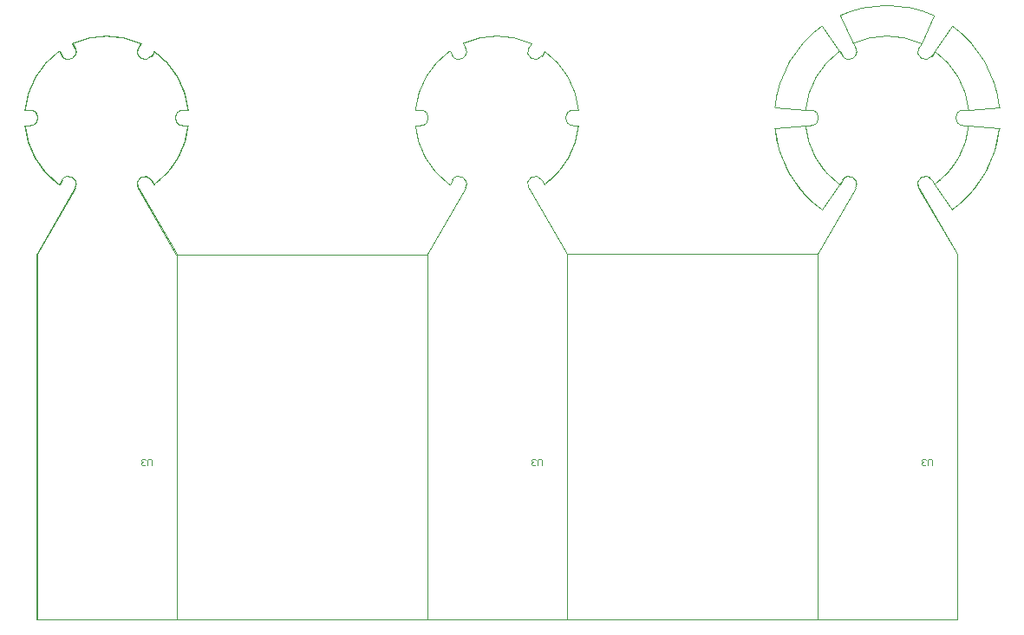
<source format=gm1>
G04*
G04 #@! TF.GenerationSoftware,Altium Limited,Altium Designer,21.0.9 (235)*
G04*
G04 Layer_Color=16711935*
%FSAX44Y44*%
%MOMM*%
G71*
G04*
G04 #@! TF.SameCoordinates,C9C275F4-687D-4123-80A0-9C6E5F070257*
G04*
G04*
G04 #@! TF.FilePolarity,Positive*
G04*
G01*
G75*
%ADD10C,0.1000*%
D10*
X01809827Y01667157D02*
G03*
X01718173Y01667157I-00045827J-00100000D01*
G01*
X01733245Y01498889D02*
G03*
X01720255Y01506389I-00006495J00003750D01*
G01*
X01654484Y01556845D02*
G03*
X01700311Y01477471I00109516J00010312D01*
G01*
X01827689D02*
G03*
X01873515Y01556845I-00063689J00089687D01*
G01*
X01838500Y01574658D02*
G03*
X01838500Y01559657I00000000J-00007500D01*
G01*
X01834239Y01482502D02*
G03*
X01873515Y01556845I-00070239J00084655D01*
G01*
X01700311Y01656844D02*
G03*
X01654484Y01577470I00063689J-00089687D01*
G01*
X01689500Y01559657D02*
G03*
X01689500Y01574658I00000000J00007500D01*
G01*
X01654484Y01556845D02*
G03*
X01693761Y01482502I00109516J00010312D01*
G01*
X01720255Y01627926D02*
G03*
X01733245Y01635426I00006495J00003750D01*
G01*
X01873515Y01577470D02*
G03*
X01827689Y01656844I-00109516J-00010312D01*
G01*
X01794755Y01635426D02*
G03*
X01807745Y01627926I00006495J-00003750D01*
G01*
Y01506389D02*
G03*
X01794755Y01498889I-00006495J-00003750D01*
G01*
X01426821Y01506354D02*
G03*
X01413831Y01498854I-00006495J-00003750D01*
G01*
Y01635392D02*
G03*
X01426821Y01627892I00006495J-00003750D01*
G01*
X01462724Y01574623D02*
G03*
X01429395Y01632350I-00079648J-00007500D01*
G01*
X01416405Y01639850D02*
G03*
X01349747Y01639850I-00033329J-00072727D01*
G01*
X01339331Y01627892D02*
G03*
X01352321Y01635392I00006495J00003750D01*
G01*
X01303428Y01559623D02*
G03*
X01331993Y01505556I00079648J00007500D01*
G01*
X01308576Y01559623D02*
G03*
X01308576Y01574623I00000000J00007500D01*
G01*
X01336757Y01632350D02*
G03*
X01303428Y01574623I00046319J-00065227D01*
G01*
X01434159Y01505556D02*
G03*
X01462724Y01559623I-00051083J00061567D01*
G01*
X01457576Y01574623D02*
G03*
X01457576Y01559623I00000000J-00007500D01*
G01*
X01429395Y01501896D02*
G03*
X01462724Y01559623I-00046319J00065227D01*
G01*
X01303428D02*
G03*
X01336757Y01501896I00079648J00007500D01*
G01*
X01352321Y01498854D02*
G03*
X01339331Y01506354I-00006495J00003750D01*
G01*
X01807745Y01506388D02*
G03*
X01794754Y01498888I-00006495J-00003750D01*
G01*
Y01635426D02*
G03*
X01807745Y01627926I00006495J-00003750D01*
G01*
X01843647Y01574657D02*
G03*
X01810319Y01632384I-00079648J-00007500D01*
G01*
X01797328Y01639884D02*
G03*
X01730671Y01639884I-00033329J-00072727D01*
G01*
X01720254Y01627926D02*
G03*
X01733245Y01635426I00006495J00003750D01*
G01*
X01684352Y01559657D02*
G03*
X01712917Y01505590I00079648J00007500D01*
G01*
X01689500Y01559657D02*
G03*
X01689500Y01574657I00000000J00007500D01*
G01*
X01717681Y01632384D02*
G03*
X01684352Y01574657I00046319J-00065227D01*
G01*
X01815083Y01505590D02*
G03*
X01843647Y01559657I-00051083J00061567D01*
G01*
X01838500Y01574657D02*
G03*
X01838500Y01559657I00000000J-00007500D01*
G01*
X01810319Y01501930D02*
G03*
X01843647Y01559657I-00046319J00065227D01*
G01*
X01684352D02*
G03*
X01717681Y01501930I00079648J00007500D01*
G01*
X01733245Y01498888D02*
G03*
X01720254Y01506388I-00006495J00003750D01*
G01*
X01426821Y01506354D02*
G03*
X01413831Y01498854I-00006495J-00003750D01*
G01*
Y01635392D02*
G03*
X01426821Y01627892I00006495J-00003750D01*
G01*
X01462724Y01574623D02*
G03*
X01429395Y01632350I-00079648J-00007500D01*
G01*
X01416405Y01639850D02*
G03*
X01349747Y01639850I-00033329J-00072727D01*
G01*
X01339331Y01627892D02*
G03*
X01352321Y01635392I00006495J00003750D01*
G01*
X01303428Y01559623D02*
G03*
X01331993Y01505556I00079648J00007500D01*
G01*
X01308576Y01559623D02*
G03*
X01308576Y01574623I00000000J00007500D01*
G01*
X01336757Y01632350D02*
G03*
X01303428Y01574623I00046319J-00065227D01*
G01*
X01434159Y01505556D02*
G03*
X01462724Y01559623I-00051083J00061567D01*
G01*
X01457576Y01574623D02*
G03*
X01457576Y01559623I00000000J-00007500D01*
G01*
X01429395Y01501896D02*
G03*
X01462724Y01559623I-00046319J00065227D01*
G01*
X01303428D02*
G03*
X01336757Y01501896I00079648J00007500D01*
G01*
X01352321Y01498854D02*
G03*
X01339331Y01506354I-00006495J00003750D01*
G01*
X00970925Y01498739D02*
G03*
X00957935Y01506239I-00006495J00003750D01*
G01*
X00922032Y01559508D02*
G03*
X00955361Y01501781I00079648J00007500D01*
G01*
X01047999D02*
G03*
X01081328Y01559508I-00046319J00065227D01*
G01*
X01076180Y01574508D02*
G03*
X01076180Y01559508I00000000J-00007500D01*
G01*
X01052763Y01505441D02*
G03*
X01081328Y01559508I-00051083J00061567D01*
G01*
X00955361Y01632235D02*
G03*
X00922032Y01574508I00046319J-00065227D01*
G01*
X00927180Y01559508D02*
G03*
X00927180Y01574508I00000000J00007500D01*
G01*
X00922032Y01559508D02*
G03*
X00950597Y01505441I00079648J00007500D01*
G01*
X00957935Y01627777D02*
G03*
X00970925Y01635277I00006495J00003750D01*
G01*
X01035009Y01639735D02*
G03*
X00968351Y01639735I-00033329J-00072727D01*
G01*
X01081328Y01574508D02*
G03*
X01047999Y01632235I-00079648J-00007500D01*
G01*
X01032435Y01635277D02*
G03*
X01045425Y01627777I00006495J-00003750D01*
G01*
Y01506239D02*
G03*
X01032435Y01498739I-00006495J-00003750D01*
G01*
X01451306Y01433946D02*
X01696127D01*
X01451306Y01077157D02*
X01696127D01*
X01070025Y01077156D02*
X01314846D01*
X01069910Y01433830D02*
X01314731D01*
X01700311Y01477471D02*
X01717681Y01501931D01*
X01810319D02*
X01827689Y01477471D01*
X01843648Y01559657D02*
X01873515Y01556845D01*
X01843648Y01574658D02*
X01873515Y01577470D01*
X01810319Y01632384D02*
X01827689Y01656844D01*
X01797328Y01639884D02*
X01809827Y01667157D01*
X01718173D02*
X01730671Y01639884D01*
X01700311Y01656844D02*
X01717681Y01632384D01*
X01654484Y01577470D02*
X01684352Y01574658D01*
X01654484Y01556845D02*
X01684352Y01559657D01*
X01717681Y01501931D02*
X01720255Y01506389D01*
X01838500Y01559657D02*
X01843648D01*
X01684352D02*
X01689500D01*
X01838500Y01574658D02*
X01843648D01*
X01838500Y01559657D02*
X01843648D01*
X01684352Y01574658D02*
X01689500D01*
X01684352Y01559657D02*
X01689500D01*
X01717681Y01632384D02*
X01720255Y01627926D01*
X01730671Y01639884D02*
X01733245Y01635426D01*
X01807434Y01627387D02*
X01810319Y01632384D01*
X01794568Y01635102D02*
X01797328Y01639884D01*
X01807745Y01506389D02*
X01810319Y01501931D01*
X01426821Y01506354D02*
X01429395Y01501896D01*
X01413644Y01635068D02*
X01416405Y01639850D01*
X01426510Y01627353D02*
X01429395Y01632350D01*
X01349747Y01639850D02*
X01352321Y01635392D01*
X01336757Y01632350D02*
X01339331Y01627892D01*
X01303428Y01559623D02*
X01308576D01*
X01303428Y01574623D02*
X01308576D01*
X01457576Y01559623D02*
X01462724D01*
X01457576Y01574623D02*
X01462724D01*
X01303428Y01559623D02*
X01308576D01*
X01457576D02*
X01462724D01*
X01336757Y01501896D02*
X01339331Y01506354D01*
X01695770Y01077190D02*
X01832230D01*
X01832230Y01433980D02*
X01832230Y01077190D01*
X01794754Y01498888D02*
X01832230Y01433980D01*
X01807745Y01506388D02*
X01810319Y01501930D01*
X01794567Y01635102D02*
X01797328Y01639884D01*
X01807433Y01627387D02*
X01810319Y01632384D01*
X01730671Y01639884D02*
X01733245Y01635426D01*
X01717681Y01632384D02*
X01720254Y01627926D01*
X01684352Y01559657D02*
X01689500D01*
X01684352Y01574657D02*
X01689500D01*
X01838500Y01559657D02*
X01843647D01*
X01838500Y01574657D02*
X01843647D01*
X01684352Y01559657D02*
X01689500D01*
X01838500D02*
X01843647D01*
X01717681Y01501930D02*
X01720254Y01506388D01*
X01695770Y01433979D02*
X01733245Y01498888D01*
X01314846Y01077156D02*
X01451306D01*
X01413831Y01498854D02*
X01451306Y01433946D01*
X01426821Y01506354D02*
X01429395Y01501896D01*
X01413644Y01635068D02*
X01416405Y01639850D01*
X01426510Y01627353D02*
X01429395Y01632350D01*
X01349747Y01639850D02*
X01352321Y01635392D01*
X01336757Y01632350D02*
X01339331Y01627892D01*
X01303428Y01559623D02*
X01308576D01*
X01303428Y01574623D02*
X01308576D01*
X01457576Y01559623D02*
X01462724D01*
X01457576Y01574623D02*
X01462724D01*
X01303428Y01559623D02*
X01308576D01*
X01457576D02*
X01462724D01*
X01336757Y01501896D02*
X01339331Y01506354D01*
X01314846Y01433945D02*
X01352321Y01498854D01*
X00933450Y01433830D02*
X00970925Y01498739D01*
X00955361Y01501781D02*
X00957935Y01506239D01*
X01076180Y01559508D02*
X01081328D01*
X00922032D02*
X00927180D01*
X01076180Y01574508D02*
X01081328D01*
X01076180Y01559508D02*
X01081328D01*
X00922032Y01574508D02*
X00927180D01*
X00922032Y01559508D02*
X00927180D01*
X00955361Y01632235D02*
X00957935Y01627777D01*
X00968351Y01639735D02*
X00970925Y01635277D01*
X01045114Y01627238D02*
X01047999Y01632235D01*
X01032247Y01634953D02*
X01035009Y01639735D01*
X00933450Y01433830D02*
X00933450Y01077041D01*
X01045425Y01506239D02*
X01047999Y01501781D01*
X01032435Y01498739D02*
X01069910Y01433830D01*
X00933450Y01077041D02*
X01069910D01*
X01045775Y01506411D02*
G03*
X01032785Y01498911I-00006495J-00003750D01*
G01*
Y01635449D02*
G03*
X01045775Y01627949I00006495J-00003750D01*
G01*
X01081678Y01574680D02*
G03*
X01048349Y01632407I-00079648J-00007500D01*
G01*
X01035359Y01639907D02*
G03*
X00968701Y01639907I-00033329J-00072727D01*
G01*
X00958285Y01627949D02*
G03*
X00971275Y01635449I00006495J00003750D01*
G01*
X00922382Y01559680D02*
G03*
X00950947Y01505613I00079648J00007500D01*
G01*
X00927530Y01559680D02*
G03*
X00927530Y01574680I00000000J00007500D01*
G01*
X00955711Y01632407D02*
G03*
X00922382Y01574680I00046319J-00065227D01*
G01*
X01053113Y01505613D02*
G03*
X01081678Y01559680I-00051083J00061567D01*
G01*
X01076530Y01574680D02*
G03*
X01076530Y01559680I00000000J-00007500D01*
G01*
X01048349Y01501953D02*
G03*
X01081678Y01559680I-00046319J00065227D01*
G01*
X00922382D02*
G03*
X00955711Y01501953I00079648J00007500D01*
G01*
X00971275Y01498911D02*
G03*
X00958285Y01506411I-00006495J00003750D01*
G01*
X00933800Y01077213D02*
X01070260D01*
X01070260Y01434003D02*
X01070260Y01077213D01*
X01032785Y01498911D02*
X01070260Y01434003D01*
X01045775Y01506411D02*
X01048349Y01501953D01*
X00933800Y01434002D02*
X00933800Y01077213D01*
X01032598Y01635125D02*
X01035359Y01639907D01*
X01045464Y01627410D02*
X01048349Y01632407D01*
X00968701Y01639907D02*
X00971275Y01635449D01*
X00955711Y01632407D02*
X00958285Y01627949D01*
X00922382Y01559680D02*
X00927530D01*
X00922382Y01574680D02*
X00927530D01*
X01076530Y01559680D02*
X01081678D01*
X01076530Y01574680D02*
X01081678D01*
X00922382Y01559680D02*
X00927530D01*
X01076530D02*
X01081678D01*
X00955711Y01501953D02*
X00958285Y01506411D01*
X00933800Y01434002D02*
X00971275Y01498911D01*
X01045795Y01227782D02*
Y01232780D01*
X01044795Y01233780D01*
X01042796D01*
X01041796Y01232780D01*
Y01227782D01*
X01039797Y01228782D02*
X01038797Y01227782D01*
X01036798D01*
X01035798Y01228782D01*
Y01229781D01*
X01036798Y01230781D01*
X01037797D01*
X01036798D01*
X01035798Y01231781D01*
Y01232780D01*
X01036798Y01233780D01*
X01038797D01*
X01039797Y01232780D01*
X01426775Y01506411D02*
G03*
X01413785Y01498911I-00006495J-00003750D01*
G01*
Y01635449D02*
G03*
X01426775Y01627949I00006495J-00003750D01*
G01*
X01462678Y01574680D02*
G03*
X01429349Y01632407I-00079648J-00007500D01*
G01*
X01416359Y01639907D02*
G03*
X01349701Y01639907I-00033329J-00072727D01*
G01*
X01339285Y01627949D02*
G03*
X01352275Y01635449I00006495J00003750D01*
G01*
X01303382Y01559680D02*
G03*
X01331947Y01505613I00079648J00007500D01*
G01*
X01308530Y01559680D02*
G03*
X01308530Y01574680I00000000J00007500D01*
G01*
X01336711Y01632407D02*
G03*
X01303382Y01574680I00046319J-00065227D01*
G01*
X01434113Y01505613D02*
G03*
X01462678Y01559680I-00051083J00061567D01*
G01*
X01457530Y01574680D02*
G03*
X01457530Y01559680I00000000J-00007500D01*
G01*
X01429349Y01501953D02*
G03*
X01462678Y01559680I-00046319J00065227D01*
G01*
X01303382D02*
G03*
X01336711Y01501953I00079648J00007500D01*
G01*
X01352275Y01498911D02*
G03*
X01339285Y01506411I-00006495J00003750D01*
G01*
X01314800Y01077213D02*
X01451260D01*
X01451260Y01434003D02*
X01451260Y01077213D01*
X01413785Y01498911D02*
X01451260Y01434003D01*
X01426775Y01506411D02*
X01429349Y01501953D01*
X01314800Y01434002D02*
X01314800Y01077213D01*
X01413598Y01635125D02*
X01416359Y01639907D01*
X01426464Y01627410D02*
X01429349Y01632407D01*
X01349701Y01639907D02*
X01352275Y01635449D01*
X01336711Y01632407D02*
X01339285Y01627949D01*
X01303382Y01559680D02*
X01308530D01*
X01303382Y01574680D02*
X01308530D01*
X01457530Y01559680D02*
X01462678D01*
X01457530Y01574680D02*
X01462678D01*
X01303382Y01559680D02*
X01308530D01*
X01457530D02*
X01462678D01*
X01336711Y01501953D02*
X01339285Y01506411D01*
X01314800Y01434002D02*
X01352275Y01498911D01*
X01426795Y01227782D02*
Y01232780D01*
X01425795Y01233780D01*
X01423796D01*
X01422796Y01232780D01*
Y01227782D01*
X01420797Y01228782D02*
X01419797Y01227782D01*
X01417798D01*
X01416798Y01228782D01*
Y01229781D01*
X01417798Y01230781D01*
X01418797D01*
X01417798D01*
X01416798Y01231781D01*
Y01232780D01*
X01417798Y01233780D01*
X01419797D01*
X01420797Y01232780D01*
X01807775Y01506411D02*
G03*
X01794785Y01498911I-00006495J-00003750D01*
G01*
Y01635449D02*
G03*
X01807775Y01627949I00006495J-00003750D01*
G01*
X01843678Y01574680D02*
G03*
X01810349Y01632407I-00079648J-00007500D01*
G01*
X01797359Y01639907D02*
G03*
X01730701Y01639907I-00033329J-00072727D01*
G01*
X01720285Y01627949D02*
G03*
X01733275Y01635449I00006495J00003750D01*
G01*
X01684382Y01559680D02*
G03*
X01712947Y01505613I00079648J00007500D01*
G01*
X01689530Y01559680D02*
G03*
X01689530Y01574680I00000000J00007500D01*
G01*
X01717711Y01632407D02*
G03*
X01684382Y01574680I00046319J-00065227D01*
G01*
X01815113Y01505613D02*
G03*
X01843678Y01559680I-00051083J00061567D01*
G01*
X01838530Y01574680D02*
G03*
X01838530Y01559680I00000000J-00007500D01*
G01*
X01810349Y01501953D02*
G03*
X01843678Y01559680I-00046319J00065227D01*
G01*
X01684382D02*
G03*
X01717711Y01501953I00079648J00007500D01*
G01*
X01733275Y01498911D02*
G03*
X01720285Y01506411I-00006495J00003750D01*
G01*
X01695800Y01077213D02*
X01832260D01*
X01832260Y01434003D02*
X01832260Y01077213D01*
X01794785Y01498911D02*
X01832260Y01434003D01*
X01807775Y01506411D02*
X01810349Y01501953D01*
X01695800Y01434002D02*
X01695800Y01077213D01*
X01794598Y01635125D02*
X01797359Y01639907D01*
X01807464Y01627410D02*
X01810349Y01632407D01*
X01730701Y01639907D02*
X01733275Y01635449D01*
X01717711Y01632407D02*
X01720285Y01627949D01*
X01684382Y01559680D02*
X01689530D01*
X01684382Y01574680D02*
X01689530D01*
X01838530Y01559680D02*
X01843678D01*
X01838530Y01574680D02*
X01843678D01*
X01684382Y01559680D02*
X01689530D01*
X01838530D02*
X01843678D01*
X01717711Y01501953D02*
X01720285Y01506411D01*
X01695800Y01434002D02*
X01733275Y01498911D01*
X01807795Y01227782D02*
Y01232780D01*
X01806795Y01233780D01*
X01804796D01*
X01803796Y01232780D01*
Y01227782D01*
X01801797Y01228782D02*
X01800797Y01227782D01*
X01798798D01*
X01797798Y01228782D01*
Y01229781D01*
X01798798Y01230781D01*
X01799797D01*
X01798798D01*
X01797798Y01231781D01*
Y01232780D01*
X01798798Y01233780D01*
X01800797D01*
X01801797Y01232780D01*
M02*

</source>
